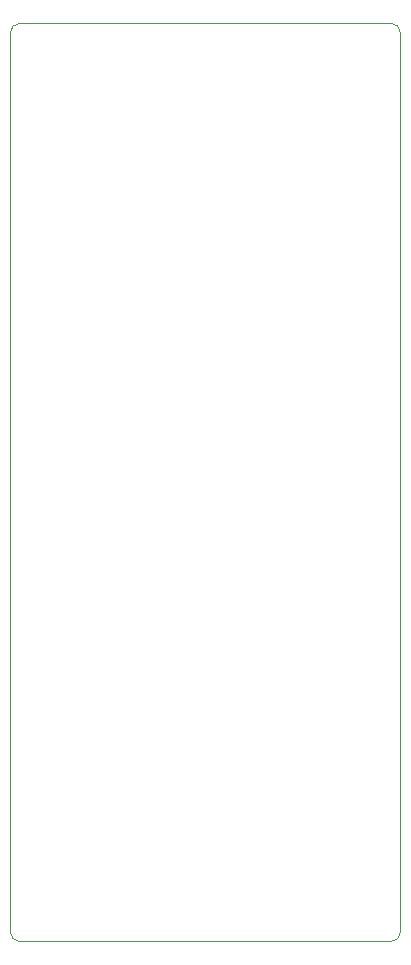
<source format=gm1>
G04 #@! TF.GenerationSoftware,KiCad,Pcbnew,7.0.9-7.0.9~ubuntu20.04.1*
G04 #@! TF.CreationDate,2023-12-20T19:17:45+01:00*
G04 #@! TF.ProjectId,kicad-pmod_7seg,6b696361-642d-4706-9d6f-645f37736567,1.0*
G04 #@! TF.SameCoordinates,Original*
G04 #@! TF.FileFunction,Profile,NP*
%FSLAX46Y46*%
G04 Gerber Fmt 4.6, Leading zero omitted, Abs format (unit mm)*
G04 Created by KiCad (PCBNEW 7.0.9-7.0.9~ubuntu20.04.1) date 2023-12-20 19:17:45*
%MOMM*%
%LPD*%
G01*
G04 APERTURE LIST*
G04 #@! TA.AperFunction,Profile*
%ADD10C,0.100000*%
G04 #@! TD*
G04 APERTURE END LIST*
D10*
X149860000Y-121158000D02*
X149860000Y-44958000D01*
X117602000Y-44196000D02*
G75*
G03*
X116840000Y-44958000I0J-762000D01*
G01*
X149098000Y-121920000D02*
G75*
G03*
X149860000Y-121158000I0J762000D01*
G01*
X117602000Y-121920000D02*
X149098000Y-121920000D01*
X116840000Y-44958000D02*
X116840000Y-121158000D01*
X149860000Y-44958000D02*
G75*
G03*
X149098000Y-44196000I-762000J0D01*
G01*
X116840000Y-121158000D02*
G75*
G03*
X117602000Y-121920000I762000J0D01*
G01*
X149098000Y-44196000D02*
X117602000Y-44196000D01*
M02*

</source>
